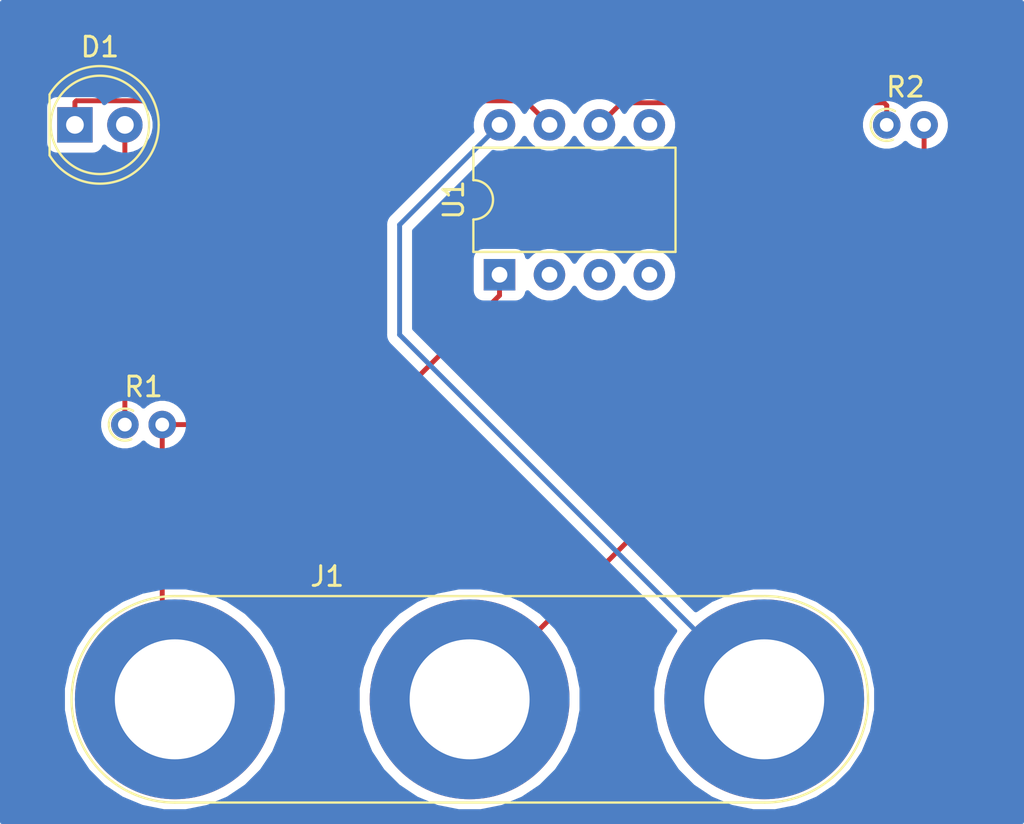
<source format=kicad_pcb>
(kicad_pcb (version 20171130) (host pcbnew 5.1.5+dfsg1-2build2)

  (general
    (thickness 1.6)
    (drawings 0)
    (tracks 21)
    (zones 0)
    (modules 5)
    (nets 11)
  )

  (page A4)
  (title_block
    (title Tutorial1)
  )

  (layers
    (0 F.Cu signal)
    (31 B.Cu signal)
    (32 B.Adhes user)
    (33 F.Adhes user)
    (34 B.Paste user)
    (35 F.Paste user)
    (36 B.SilkS user)
    (37 F.SilkS user)
    (38 B.Mask user)
    (39 F.Mask user)
    (40 Dwgs.User user)
    (41 Cmts.User user)
    (42 Eco1.User user)
    (43 Eco2.User user)
    (44 Edge.Cuts user)
    (45 Margin user)
    (46 B.CrtYd user)
    (47 F.CrtYd user)
    (48 B.Fab user)
    (49 F.Fab user)
  )

  (setup
    (last_trace_width 0.25)
    (trace_clearance 0.2)
    (zone_clearance 0.508)
    (zone_45_only no)
    (trace_min 0.25)
    (via_size 0.8)
    (via_drill 0.4)
    (via_min_size 0.4)
    (via_min_drill 0.3)
    (uvia_size 0.3)
    (uvia_drill 0.1)
    (uvias_allowed no)
    (uvia_min_size 0.2)
    (uvia_min_drill 0.1)
    (edge_width 0.05)
    (segment_width 0.2)
    (pcb_text_width 0.3)
    (pcb_text_size 1.5 1.5)
    (mod_edge_width 0.12)
    (mod_text_size 1 1)
    (mod_text_width 0.15)
    (pad_size 1.524 1.524)
    (pad_drill 0.762)
    (pad_to_mask_clearance 0.051)
    (solder_mask_min_width 0.25)
    (aux_axis_origin 0 0)
    (visible_elements FFFFFF7F)
    (pcbplotparams
      (layerselection 0x010fc_ffffffff)
      (usegerberextensions false)
      (usegerberattributes false)
      (usegerberadvancedattributes false)
      (creategerberjobfile false)
      (excludeedgelayer true)
      (linewidth 0.100000)
      (plotframeref false)
      (viasonmask false)
      (mode 1)
      (useauxorigin false)
      (hpglpennumber 1)
      (hpglpenspeed 20)
      (hpglpendiameter 15.000000)
      (psnegative false)
      (psa4output false)
      (plotreference true)
      (plotvalue true)
      (plotinvisibletext false)
      (padsonsilk false)
      (subtractmaskfromsilk false)
      (outputformat 1)
      (mirror false)
      (drillshape 1)
      (scaleselection 1)
      (outputdirectory ""))
  )

  (net 0 "")
  (net 1 /uCtoLED)
  (net 2 /LEDtoR)
  (net 3 VCC)
  (net 4 GND)
  (net 5 /INPUTtoR)
  (net 6 /INPUT)
  (net 7 "Net-(U1-Pad5)")
  (net 8 "Net-(U1-Pad2)")
  (net 9 "Net-(U1-Pad3)")
  (net 10 "Net-(U1-Pad4)")

  (net_class Default "Esta es la clase de red por defecto."
    (clearance 0.2)
    (trace_width 0.25)
    (via_dia 0.8)
    (via_drill 0.4)
    (uvia_dia 0.3)
    (uvia_drill 0.1)
    (add_net /INPUT)
    (add_net /INPUTtoR)
    (add_net /LEDtoR)
    (add_net /uCtoLED)
    (add_net GND)
    (add_net "Net-(U1-Pad2)")
    (add_net "Net-(U1-Pad3)")
    (add_net "Net-(U1-Pad4)")
    (add_net "Net-(U1-Pad5)")
    (add_net VCC)
  )

  (module LED_THT:LED_D5.0mm (layer F.Cu) (tedit 5995936A) (tstamp 626165D7)
    (at 129.54 86.36)
    (descr "LED, diameter 5.0mm, 2 pins, http://cdn-reichelt.de/documents/datenblatt/A500/LL-504BC2E-009.pdf")
    (tags "LED diameter 5.0mm 2 pins")
    (path /6261E38E)
    (fp_text reference D1 (at 1.27 -3.96) (layer F.SilkS)
      (effects (font (size 1 1) (thickness 0.15)))
    )
    (fp_text value LED (at 1.27 3.96) (layer F.Fab)
      (effects (font (size 1 1) (thickness 0.15)))
    )
    (fp_arc (start 1.27 0) (end -1.23 -1.469694) (angle 299.1) (layer F.Fab) (width 0.1))
    (fp_arc (start 1.27 0) (end -1.29 -1.54483) (angle 148.9) (layer F.SilkS) (width 0.12))
    (fp_arc (start 1.27 0) (end -1.29 1.54483) (angle -148.9) (layer F.SilkS) (width 0.12))
    (fp_circle (center 1.27 0) (end 3.77 0) (layer F.Fab) (width 0.1))
    (fp_circle (center 1.27 0) (end 3.77 0) (layer F.SilkS) (width 0.12))
    (fp_line (start -1.23 -1.469694) (end -1.23 1.469694) (layer F.Fab) (width 0.1))
    (fp_line (start -1.29 -1.545) (end -1.29 1.545) (layer F.SilkS) (width 0.12))
    (fp_line (start -1.95 -3.25) (end -1.95 3.25) (layer F.CrtYd) (width 0.05))
    (fp_line (start -1.95 3.25) (end 4.5 3.25) (layer F.CrtYd) (width 0.05))
    (fp_line (start 4.5 3.25) (end 4.5 -3.25) (layer F.CrtYd) (width 0.05))
    (fp_line (start 4.5 -3.25) (end -1.95 -3.25) (layer F.CrtYd) (width 0.05))
    (fp_text user %R (at 1.25 0) (layer F.Fab)
      (effects (font (size 0.8 0.8) (thickness 0.2)))
    )
    (pad 1 thru_hole rect (at 0 0) (size 1.8 1.8) (drill 0.9) (layers *.Cu *.Mask)
      (net 1 /uCtoLED))
    (pad 2 thru_hole circle (at 2.54 0) (size 1.8 1.8) (drill 0.9) (layers *.Cu *.Mask)
      (net 2 /LEDtoR))
    (model ${KISYS3DMOD}/LED_THT.3dshapes/LED_D5.0mm.wrl
      (at (xyz 0 0 0))
      (scale (xyz 1 1 1))
      (rotate (xyz 0 0 0))
    )
  )

  (module Connector:Banana_Jack_3Pin (layer F.Cu) (tedit 5A1AB217) (tstamp 626165ED)
    (at 134.62 115.57)
    (descr "Triple banana socket, footprint - 3 x 6mm drills")
    (tags "banana socket")
    (path /626348D8)
    (fp_text reference J1 (at 7.75 -6.25) (layer F.SilkS)
      (effects (font (size 1 1) (thickness 0.15)))
    )
    (fp_text value MYCONN3 (at 22.5 -6.25) (layer F.Fab)
      (effects (font (size 1 1) (thickness 0.15)))
    )
    (fp_text user %R (at 14.99 0) (layer F.Fab)
      (effects (font (size 0.8 0.8) (thickness 0.12)))
    )
    (fp_line (start 30 5.5) (end 0 5.5) (layer F.CrtYd) (width 0.05))
    (fp_line (start 0 -5.5) (end 30 -5.5) (layer F.CrtYd) (width 0.05))
    (fp_line (start 0 5.25) (end 30 5.25) (layer F.SilkS) (width 0.12))
    (fp_line (start 30 -5.25) (end 0 -5.25) (layer F.SilkS) (width 0.12))
    (fp_circle (center 30 0) (end 30 -2) (layer F.Fab) (width 0.1))
    (fp_circle (center 30 0) (end 30 -4.75) (layer F.Fab) (width 0.1))
    (fp_circle (center 15 0) (end 19.75 0) (layer F.Fab) (width 0.1))
    (fp_circle (center 15 0) (end 17 0) (layer F.Fab) (width 0.1))
    (fp_circle (center 0 0) (end 4.75 0) (layer F.Fab) (width 0.1))
    (fp_circle (center 0 0) (end 2 0) (layer F.Fab) (width 0.1))
    (fp_arc (start 0 0) (end 0 5.5) (angle 180) (layer F.CrtYd) (width 0.05))
    (fp_arc (start 30 0) (end 30 -5.5) (angle 180) (layer F.CrtYd) (width 0.05))
    (fp_arc (start 30 0) (end 30 -5.25) (angle 180) (layer F.SilkS) (width 0.12))
    (fp_arc (start 0 0) (end 0 5.25) (angle 180) (layer F.SilkS) (width 0.12))
    (pad 1 thru_hole circle (at 0 0) (size 10.16 10.16) (drill 6.1) (layers *.Cu *.Mask)
      (net 3 VCC))
    (pad 3 thru_hole circle (at 29.97 0) (size 10.16 10.16) (drill 6.1) (layers *.Cu *.Mask)
      (net 4 GND))
    (pad 2 thru_hole circle (at 14.99 0) (size 10.16 10.16) (drill 6.1) (layers *.Cu *.Mask)
      (net 5 /INPUTtoR))
    (model ${KISYS3DMOD}/Connector.3dshapes/Banana_Jack_3Pin.wrl
      (offset (xyz 14.9999997746626 0 0))
      (scale (xyz 2 2 2))
      (rotate (xyz 0 0 0))
    )
  )

  (module Resistor_THT:R_Axial_DIN0204_L3.6mm_D1.6mm_P1.90mm_Vertical (layer F.Cu) (tedit 5AE5139B) (tstamp 626165FB)
    (at 132.08 101.6)
    (descr "Resistor, Axial_DIN0204 series, Axial, Vertical, pin pitch=1.9mm, 0.167W, length*diameter=3.6*1.6mm^2, http://cdn-reichelt.de/documents/datenblatt/B400/1_4W%23YAG.pdf")
    (tags "Resistor Axial_DIN0204 series Axial Vertical pin pitch 1.9mm 0.167W length 3.6mm diameter 1.6mm")
    (path /6261BE93)
    (fp_text reference R1 (at 0.95 -1.92) (layer F.SilkS)
      (effects (font (size 1 1) (thickness 0.15)))
    )
    (fp_text value 1k (at 0.95 1.92) (layer F.Fab)
      (effects (font (size 1 1) (thickness 0.15)))
    )
    (fp_arc (start 0 0) (end 0.417133 -0.7) (angle -233.92106) (layer F.SilkS) (width 0.12))
    (fp_circle (center 0 0) (end 0.8 0) (layer F.Fab) (width 0.1))
    (fp_line (start 0 0) (end 1.9 0) (layer F.Fab) (width 0.1))
    (fp_line (start -1.05 -1.05) (end -1.05 1.05) (layer F.CrtYd) (width 0.05))
    (fp_line (start -1.05 1.05) (end 2.86 1.05) (layer F.CrtYd) (width 0.05))
    (fp_line (start 2.86 1.05) (end 2.86 -1.05) (layer F.CrtYd) (width 0.05))
    (fp_line (start 2.86 -1.05) (end -1.05 -1.05) (layer F.CrtYd) (width 0.05))
    (fp_text user %R (at 0.95 -1.92) (layer F.Fab)
      (effects (font (size 1 1) (thickness 0.15)))
    )
    (pad 1 thru_hole circle (at 0 0) (size 1.4 1.4) (drill 0.7) (layers *.Cu *.Mask)
      (net 2 /LEDtoR))
    (pad 2 thru_hole oval (at 1.9 0) (size 1.4 1.4) (drill 0.7) (layers *.Cu *.Mask)
      (net 3 VCC))
    (model ${KISYS3DMOD}/Resistor_THT.3dshapes/R_Axial_DIN0204_L3.6mm_D1.6mm_P1.90mm_Vertical.wrl
      (at (xyz 0 0 0))
      (scale (xyz 1 1 1))
      (rotate (xyz 0 0 0))
    )
  )

  (module Resistor_THT:R_Axial_DIN0204_L3.6mm_D1.6mm_P1.90mm_Vertical (layer F.Cu) (tedit 5AE5139B) (tstamp 62616609)
    (at 170.82 86.36)
    (descr "Resistor, Axial_DIN0204 series, Axial, Vertical, pin pitch=1.9mm, 0.167W, length*diameter=3.6*1.6mm^2, http://cdn-reichelt.de/documents/datenblatt/B400/1_4W%23YAG.pdf")
    (tags "Resistor Axial_DIN0204 series Axial Vertical pin pitch 1.9mm 0.167W length 3.6mm diameter 1.6mm")
    (path /6261C216)
    (fp_text reference R2 (at 0.95 -1.92) (layer F.SilkS)
      (effects (font (size 1 1) (thickness 0.15)))
    )
    (fp_text value 100 (at 0.95 1.92) (layer F.Fab)
      (effects (font (size 1 1) (thickness 0.15)))
    )
    (fp_text user %R (at 0.95 -1.92) (layer F.Fab)
      (effects (font (size 1 1) (thickness 0.15)))
    )
    (fp_line (start 2.86 -1.05) (end -1.05 -1.05) (layer F.CrtYd) (width 0.05))
    (fp_line (start 2.86 1.05) (end 2.86 -1.05) (layer F.CrtYd) (width 0.05))
    (fp_line (start -1.05 1.05) (end 2.86 1.05) (layer F.CrtYd) (width 0.05))
    (fp_line (start -1.05 -1.05) (end -1.05 1.05) (layer F.CrtYd) (width 0.05))
    (fp_line (start 0 0) (end 1.9 0) (layer F.Fab) (width 0.1))
    (fp_circle (center 0 0) (end 0.8 0) (layer F.Fab) (width 0.1))
    (fp_arc (start 0 0) (end 0.417133 -0.7) (angle -233.92106) (layer F.SilkS) (width 0.12))
    (pad 2 thru_hole oval (at 1.9 0) (size 1.4 1.4) (drill 0.7) (layers *.Cu *.Mask)
      (net 5 /INPUTtoR))
    (pad 1 thru_hole circle (at 0 0) (size 1.4 1.4) (drill 0.7) (layers *.Cu *.Mask)
      (net 6 /INPUT))
    (model ${KISYS3DMOD}/Resistor_THT.3dshapes/R_Axial_DIN0204_L3.6mm_D1.6mm_P1.90mm_Vertical.wrl
      (at (xyz 0 0 0))
      (scale (xyz 1 1 1))
      (rotate (xyz 0 0 0))
    )
  )

  (module Package_DIP:DIP-8_W7.62mm (layer F.Cu) (tedit 5A02E8C5) (tstamp 62616625)
    (at 151.13 93.98 90)
    (descr "8-lead though-hole mounted DIP package, row spacing 7.62 mm (300 mils)")
    (tags "THT DIP DIL PDIP 2.54mm 7.62mm 300mil")
    (path /6261CBCA)
    (fp_text reference U1 (at 3.81 -2.33 90) (layer F.SilkS)
      (effects (font (size 1 1) (thickness 0.15)))
    )
    (fp_text value PIC12C508A-ISN (at 3.81 9.95 90) (layer F.Fab)
      (effects (font (size 1 1) (thickness 0.15)))
    )
    (fp_arc (start 3.81 -1.33) (end 2.81 -1.33) (angle -180) (layer F.SilkS) (width 0.12))
    (fp_line (start 1.635 -1.27) (end 6.985 -1.27) (layer F.Fab) (width 0.1))
    (fp_line (start 6.985 -1.27) (end 6.985 8.89) (layer F.Fab) (width 0.1))
    (fp_line (start 6.985 8.89) (end 0.635 8.89) (layer F.Fab) (width 0.1))
    (fp_line (start 0.635 8.89) (end 0.635 -0.27) (layer F.Fab) (width 0.1))
    (fp_line (start 0.635 -0.27) (end 1.635 -1.27) (layer F.Fab) (width 0.1))
    (fp_line (start 2.81 -1.33) (end 1.16 -1.33) (layer F.SilkS) (width 0.12))
    (fp_line (start 1.16 -1.33) (end 1.16 8.95) (layer F.SilkS) (width 0.12))
    (fp_line (start 1.16 8.95) (end 6.46 8.95) (layer F.SilkS) (width 0.12))
    (fp_line (start 6.46 8.95) (end 6.46 -1.33) (layer F.SilkS) (width 0.12))
    (fp_line (start 6.46 -1.33) (end 4.81 -1.33) (layer F.SilkS) (width 0.12))
    (fp_line (start -1.1 -1.55) (end -1.1 9.15) (layer F.CrtYd) (width 0.05))
    (fp_line (start -1.1 9.15) (end 8.7 9.15) (layer F.CrtYd) (width 0.05))
    (fp_line (start 8.7 9.15) (end 8.7 -1.55) (layer F.CrtYd) (width 0.05))
    (fp_line (start 8.7 -1.55) (end -1.1 -1.55) (layer F.CrtYd) (width 0.05))
    (fp_text user %R (at 3.81 3.81 90) (layer F.Fab)
      (effects (font (size 1 1) (thickness 0.15)))
    )
    (pad 1 thru_hole rect (at 0 0 90) (size 1.6 1.6) (drill 0.8) (layers *.Cu *.Mask)
      (net 3 VCC))
    (pad 5 thru_hole oval (at 7.62 7.62 90) (size 1.6 1.6) (drill 0.8) (layers *.Cu *.Mask)
      (net 7 "Net-(U1-Pad5)"))
    (pad 2 thru_hole oval (at 0 2.54 90) (size 1.6 1.6) (drill 0.8) (layers *.Cu *.Mask)
      (net 8 "Net-(U1-Pad2)"))
    (pad 6 thru_hole oval (at 7.62 5.08 90) (size 1.6 1.6) (drill 0.8) (layers *.Cu *.Mask)
      (net 6 /INPUT))
    (pad 3 thru_hole oval (at 0 5.08 90) (size 1.6 1.6) (drill 0.8) (layers *.Cu *.Mask)
      (net 9 "Net-(U1-Pad3)"))
    (pad 7 thru_hole oval (at 7.62 2.54 90) (size 1.6 1.6) (drill 0.8) (layers *.Cu *.Mask)
      (net 1 /uCtoLED))
    (pad 4 thru_hole oval (at 0 7.62 90) (size 1.6 1.6) (drill 0.8) (layers *.Cu *.Mask)
      (net 10 "Net-(U1-Pad4)"))
    (pad 8 thru_hole oval (at 7.62 0 90) (size 1.6 1.6) (drill 0.8) (layers *.Cu *.Mask)
      (net 4 GND))
    (model ${KISYS3DMOD}/Package_DIP.3dshapes/DIP-8_W7.62mm.wrl
      (at (xyz 0 0 0))
      (scale (xyz 1 1 1))
      (rotate (xyz 0 0 0))
    )
  )

  (segment (start 152.870001 85.560001) (end 153.67 86.36) (width 0.25) (layer F.Cu) (net 1))
  (segment (start 152.444999 85.134999) (end 152.870001 85.560001) (width 0.25) (layer F.Cu) (net 1))
  (segment (start 129.615001 85.134999) (end 152.444999 85.134999) (width 0.25) (layer F.Cu) (net 1))
  (segment (start 129.54 85.21) (end 129.615001 85.134999) (width 0.25) (layer F.Cu) (net 1))
  (segment (start 129.54 86.36) (end 129.54 85.21) (width 0.25) (layer F.Cu) (net 1))
  (segment (start 132.08 101.6) (end 132.08 86.36) (width 0.25) (layer F.Cu) (net 2))
  (segment (start 133.98 114.93) (end 134.62 115.57) (width 0.25) (layer F.Cu) (net 3))
  (segment (start 133.98 101.6) (end 133.98 114.93) (width 0.25) (layer F.Cu) (net 3))
  (segment (start 151.13 95.03) (end 151.13 93.98) (width 0.25) (layer F.Cu) (net 3))
  (segment (start 144.56 101.6) (end 151.13 95.03) (width 0.25) (layer F.Cu) (net 3))
  (segment (start 133.98 101.6) (end 144.56 101.6) (width 0.25) (layer F.Cu) (net 3))
  (segment (start 164.59 115.57) (end 146.05 97.03) (width 0.25) (layer B.Cu) (net 4))
  (segment (start 146.05 91.44) (end 151.13 86.36) (width 0.25) (layer B.Cu) (net 4))
  (segment (start 146.05 97.03) (end 146.05 91.44) (width 0.25) (layer B.Cu) (net 4))
  (segment (start 172.72 92.46) (end 172.72 86.36) (width 0.25) (layer F.Cu) (net 5))
  (segment (start 149.61 115.57) (end 172.72 92.46) (width 0.25) (layer F.Cu) (net 5))
  (segment (start 157.009999 85.560001) (end 156.21 86.36) (width 0.25) (layer F.Cu) (net 6))
  (segment (start 157.335001 85.234999) (end 157.009999 85.560001) (width 0.25) (layer F.Cu) (net 6))
  (segment (start 170.82 85.370051) (end 170.684948 85.234999) (width 0.25) (layer F.Cu) (net 6))
  (segment (start 170.684948 85.234999) (end 157.335001 85.234999) (width 0.25) (layer F.Cu) (net 6))
  (segment (start 170.82 86.36) (end 170.82 85.370051) (width 0.25) (layer F.Cu) (net 6))

  (zone (net 0) (net_name "") (layer B.Cu) (tstamp 62616A4F) (hatch edge 0.508)
    (connect_pads (clearance 0.508))
    (min_thickness 0.254)
    (fill yes (arc_segments 32) (thermal_gap 0.508) (thermal_bridge_width 0.508))
    (polygon
      (pts
        (xy 177.8 121.92) (xy 125.73 121.92) (xy 125.73 80.01) (xy 177.8 80.01)
      )
    )
    (filled_polygon
      (pts
        (xy 177.673 121.793) (xy 125.857 121.793) (xy 125.857 115.007122) (xy 128.905 115.007122) (xy 128.905 116.132878)
        (xy 129.124625 117.237004) (xy 129.555433 118.277067) (xy 130.18087 119.2131) (xy 130.9769 120.00913) (xy 131.912933 120.634567)
        (xy 132.952996 121.065375) (xy 134.057122 121.285) (xy 135.182878 121.285) (xy 136.287004 121.065375) (xy 137.327067 120.634567)
        (xy 138.2631 120.00913) (xy 139.05913 119.2131) (xy 139.684567 118.277067) (xy 140.115375 117.237004) (xy 140.335 116.132878)
        (xy 140.335 115.007122) (xy 143.895 115.007122) (xy 143.895 116.132878) (xy 144.114625 117.237004) (xy 144.545433 118.277067)
        (xy 145.17087 119.2131) (xy 145.9669 120.00913) (xy 146.902933 120.634567) (xy 147.942996 121.065375) (xy 149.047122 121.285)
        (xy 150.172878 121.285) (xy 151.277004 121.065375) (xy 152.317067 120.634567) (xy 153.2531 120.00913) (xy 154.04913 119.2131)
        (xy 154.674567 118.277067) (xy 155.105375 117.237004) (xy 155.325 116.132878) (xy 155.325 115.007122) (xy 155.105375 113.902996)
        (xy 154.674567 112.862933) (xy 154.04913 111.9269) (xy 153.2531 111.13087) (xy 152.317067 110.505433) (xy 151.277004 110.074625)
        (xy 150.172878 109.855) (xy 149.047122 109.855) (xy 147.942996 110.074625) (xy 146.902933 110.505433) (xy 145.9669 111.13087)
        (xy 145.17087 111.9269) (xy 144.545433 112.862933) (xy 144.114625 113.902996) (xy 143.895 115.007122) (xy 140.335 115.007122)
        (xy 140.115375 113.902996) (xy 139.684567 112.862933) (xy 139.05913 111.9269) (xy 138.2631 111.13087) (xy 137.327067 110.505433)
        (xy 136.287004 110.074625) (xy 135.182878 109.855) (xy 134.057122 109.855) (xy 132.952996 110.074625) (xy 131.912933 110.505433)
        (xy 130.9769 111.13087) (xy 130.18087 111.9269) (xy 129.555433 112.862933) (xy 129.124625 113.902996) (xy 128.905 115.007122)
        (xy 125.857 115.007122) (xy 125.857 101.468514) (xy 130.745 101.468514) (xy 130.745 101.731486) (xy 130.796304 101.989405)
        (xy 130.896939 102.232359) (xy 131.043038 102.451013) (xy 131.228987 102.636962) (xy 131.447641 102.783061) (xy 131.690595 102.883696)
        (xy 131.948514 102.935) (xy 132.211486 102.935) (xy 132.469405 102.883696) (xy 132.712359 102.783061) (xy 132.931013 102.636962)
        (xy 133.03 102.537975) (xy 133.128987 102.636962) (xy 133.347641 102.783061) (xy 133.590595 102.883696) (xy 133.848514 102.935)
        (xy 134.111486 102.935) (xy 134.369405 102.883696) (xy 134.612359 102.783061) (xy 134.831013 102.636962) (xy 135.016962 102.451013)
        (xy 135.163061 102.232359) (xy 135.263696 101.989405) (xy 135.315 101.731486) (xy 135.315 101.468514) (xy 135.263696 101.210595)
        (xy 135.163061 100.967641) (xy 135.016962 100.748987) (xy 134.831013 100.563038) (xy 134.612359 100.416939) (xy 134.369405 100.316304)
        (xy 134.111486 100.265) (xy 133.848514 100.265) (xy 133.590595 100.316304) (xy 133.347641 100.416939) (xy 133.128987 100.563038)
        (xy 133.03 100.662025) (xy 132.931013 100.563038) (xy 132.712359 100.416939) (xy 132.469405 100.316304) (xy 132.211486 100.265)
        (xy 131.948514 100.265) (xy 131.690595 100.316304) (xy 131.447641 100.416939) (xy 131.228987 100.563038) (xy 131.043038 100.748987)
        (xy 130.896939 100.967641) (xy 130.796304 101.210595) (xy 130.745 101.468514) (xy 125.857 101.468514) (xy 125.857 91.44)
        (xy 145.286324 91.44) (xy 145.290001 91.477332) (xy 145.29 96.992677) (xy 145.286324 97.03) (xy 145.29 97.067322)
        (xy 145.29 97.067332) (xy 145.300997 97.178985) (xy 145.344454 97.322246) (xy 145.415026 97.454276) (xy 145.454871 97.502826)
        (xy 145.509999 97.570001) (xy 145.539003 97.593804) (xy 160.039209 112.094012) (xy 159.525433 112.862933) (xy 159.094625 113.902996)
        (xy 158.875 115.007122) (xy 158.875 116.132878) (xy 159.094625 117.237004) (xy 159.525433 118.277067) (xy 160.15087 119.2131)
        (xy 160.9469 120.00913) (xy 161.882933 120.634567) (xy 162.922996 121.065375) (xy 164.027122 121.285) (xy 165.152878 121.285)
        (xy 166.257004 121.065375) (xy 167.297067 120.634567) (xy 168.2331 120.00913) (xy 169.02913 119.2131) (xy 169.654567 118.277067)
        (xy 170.085375 117.237004) (xy 170.305 116.132878) (xy 170.305 115.007122) (xy 170.085375 113.902996) (xy 169.654567 112.862933)
        (xy 169.02913 111.9269) (xy 168.2331 111.13087) (xy 167.297067 110.505433) (xy 166.257004 110.074625) (xy 165.152878 109.855)
        (xy 164.027122 109.855) (xy 162.922996 110.074625) (xy 161.882933 110.505433) (xy 161.114012 111.019209) (xy 146.81 96.715199)
        (xy 146.81 93.18) (xy 149.691928 93.18) (xy 149.691928 94.78) (xy 149.704188 94.904482) (xy 149.740498 95.02418)
        (xy 149.799463 95.134494) (xy 149.878815 95.231185) (xy 149.975506 95.310537) (xy 150.08582 95.369502) (xy 150.205518 95.405812)
        (xy 150.33 95.418072) (xy 151.93 95.418072) (xy 152.054482 95.405812) (xy 152.17418 95.369502) (xy 152.284494 95.310537)
        (xy 152.381185 95.231185) (xy 152.460537 95.134494) (xy 152.519502 95.02418) (xy 152.555812 94.904482) (xy 152.556643 94.896039)
        (xy 152.755241 95.094637) (xy 152.990273 95.25168) (xy 153.251426 95.359853) (xy 153.528665 95.415) (xy 153.811335 95.415)
        (xy 154.088574 95.359853) (xy 154.349727 95.25168) (xy 154.584759 95.094637) (xy 154.784637 94.894759) (xy 154.94 94.662241)
        (xy 155.095363 94.894759) (xy 155.295241 95.094637) (xy 155.530273 95.25168) (xy 155.791426 95.359853) (xy 156.068665 95.415)
        (xy 156.351335 95.415) (xy 156.628574 95.359853) (xy 156.889727 95.25168) (xy 157.124759 95.094637) (xy 157.324637 94.894759)
        (xy 157.48 94.662241) (xy 157.635363 94.894759) (xy 157.835241 95.094637) (xy 158.070273 95.25168) (xy 158.331426 95.359853)
        (xy 158.608665 95.415) (xy 158.891335 95.415) (xy 159.168574 95.359853) (xy 159.429727 95.25168) (xy 159.664759 95.094637)
        (xy 159.864637 94.894759) (xy 160.02168 94.659727) (xy 160.129853 94.398574) (xy 160.185 94.121335) (xy 160.185 93.838665)
        (xy 160.129853 93.561426) (xy 160.02168 93.300273) (xy 159.864637 93.065241) (xy 159.664759 92.865363) (xy 159.429727 92.70832)
        (xy 159.168574 92.600147) (xy 158.891335 92.545) (xy 158.608665 92.545) (xy 158.331426 92.600147) (xy 158.070273 92.70832)
        (xy 157.835241 92.865363) (xy 157.635363 93.065241) (xy 157.48 93.297759) (xy 157.324637 93.065241) (xy 157.124759 92.865363)
        (xy 156.889727 92.70832) (xy 156.628574 92.600147) (xy 156.351335 92.545) (xy 156.068665 92.545) (xy 155.791426 92.600147)
        (xy 155.530273 92.70832) (xy 155.295241 92.865363) (xy 155.095363 93.065241) (xy 154.94 93.297759) (xy 154.784637 93.065241)
        (xy 154.584759 92.865363) (xy 154.349727 92.70832) (xy 154.088574 92.600147) (xy 153.811335 92.545) (xy 153.528665 92.545)
        (xy 153.251426 92.600147) (xy 152.990273 92.70832) (xy 152.755241 92.865363) (xy 152.556643 93.063961) (xy 152.555812 93.055518)
        (xy 152.519502 92.93582) (xy 152.460537 92.825506) (xy 152.381185 92.728815) (xy 152.284494 92.649463) (xy 152.17418 92.590498)
        (xy 152.054482 92.554188) (xy 151.93 92.541928) (xy 150.33 92.541928) (xy 150.205518 92.554188) (xy 150.08582 92.590498)
        (xy 149.975506 92.649463) (xy 149.878815 92.728815) (xy 149.799463 92.825506) (xy 149.740498 92.93582) (xy 149.704188 93.055518)
        (xy 149.691928 93.18) (xy 146.81 93.18) (xy 146.81 91.754801) (xy 150.806114 87.758688) (xy 150.988665 87.795)
        (xy 151.271335 87.795) (xy 151.548574 87.739853) (xy 151.809727 87.63168) (xy 152.044759 87.474637) (xy 152.244637 87.274759)
        (xy 152.4 87.042241) (xy 152.555363 87.274759) (xy 152.755241 87.474637) (xy 152.990273 87.63168) (xy 153.251426 87.739853)
        (xy 153.528665 87.795) (xy 153.811335 87.795) (xy 154.088574 87.739853) (xy 154.349727 87.63168) (xy 154.584759 87.474637)
        (xy 154.784637 87.274759) (xy 154.94 87.042241) (xy 155.095363 87.274759) (xy 155.295241 87.474637) (xy 155.530273 87.63168)
        (xy 155.791426 87.739853) (xy 156.068665 87.795) (xy 156.351335 87.795) (xy 156.628574 87.739853) (xy 156.889727 87.63168)
        (xy 157.124759 87.474637) (xy 157.324637 87.274759) (xy 157.48 87.042241) (xy 157.635363 87.274759) (xy 157.835241 87.474637)
        (xy 158.070273 87.63168) (xy 158.331426 87.739853) (xy 158.608665 87.795) (xy 158.891335 87.795) (xy 159.168574 87.739853)
        (xy 159.429727 87.63168) (xy 159.664759 87.474637) (xy 159.864637 87.274759) (xy 160.02168 87.039727) (xy 160.129853 86.778574)
        (xy 160.185 86.501335) (xy 160.185 86.228514) (xy 169.485 86.228514) (xy 169.485 86.491486) (xy 169.536304 86.749405)
        (xy 169.636939 86.992359) (xy 169.783038 87.211013) (xy 169.968987 87.396962) (xy 170.187641 87.543061) (xy 170.430595 87.643696)
        (xy 170.688514 87.695) (xy 170.951486 87.695) (xy 171.209405 87.643696) (xy 171.452359 87.543061) (xy 171.671013 87.396962)
        (xy 171.77 87.297975) (xy 171.868987 87.396962) (xy 172.087641 87.543061) (xy 172.330595 87.643696) (xy 172.588514 87.695)
        (xy 172.851486 87.695) (xy 173.109405 87.643696) (xy 173.352359 87.543061) (xy 173.571013 87.396962) (xy 173.756962 87.211013)
        (xy 173.903061 86.992359) (xy 174.003696 86.749405) (xy 174.055 86.491486) (xy 174.055 86.228514) (xy 174.003696 85.970595)
        (xy 173.903061 85.727641) (xy 173.756962 85.508987) (xy 173.571013 85.323038) (xy 173.352359 85.176939) (xy 173.109405 85.076304)
        (xy 172.851486 85.025) (xy 172.588514 85.025) (xy 172.330595 85.076304) (xy 172.087641 85.176939) (xy 171.868987 85.323038)
        (xy 171.77 85.422025) (xy 171.671013 85.323038) (xy 171.452359 85.176939) (xy 171.209405 85.076304) (xy 170.951486 85.025)
        (xy 170.688514 85.025) (xy 170.430595 85.076304) (xy 170.187641 85.176939) (xy 169.968987 85.323038) (xy 169.783038 85.508987)
        (xy 169.636939 85.727641) (xy 169.536304 85.970595) (xy 169.485 86.228514) (xy 160.185 86.228514) (xy 160.185 86.218665)
        (xy 160.129853 85.941426) (xy 160.02168 85.680273) (xy 159.864637 85.445241) (xy 159.664759 85.245363) (xy 159.429727 85.08832)
        (xy 159.168574 84.980147) (xy 158.891335 84.925) (xy 158.608665 84.925) (xy 158.331426 84.980147) (xy 158.070273 85.08832)
        (xy 157.835241 85.245363) (xy 157.635363 85.445241) (xy 157.48 85.677759) (xy 157.324637 85.445241) (xy 157.124759 85.245363)
        (xy 156.889727 85.08832) (xy 156.628574 84.980147) (xy 156.351335 84.925) (xy 156.068665 84.925) (xy 155.791426 84.980147)
        (xy 155.530273 85.08832) (xy 155.295241 85.245363) (xy 155.095363 85.445241) (xy 154.94 85.677759) (xy 154.784637 85.445241)
        (xy 154.584759 85.245363) (xy 154.349727 85.08832) (xy 154.088574 84.980147) (xy 153.811335 84.925) (xy 153.528665 84.925)
        (xy 153.251426 84.980147) (xy 152.990273 85.08832) (xy 152.755241 85.245363) (xy 152.555363 85.445241) (xy 152.4 85.677759)
        (xy 152.244637 85.445241) (xy 152.044759 85.245363) (xy 151.809727 85.08832) (xy 151.548574 84.980147) (xy 151.271335 84.925)
        (xy 150.988665 84.925) (xy 150.711426 84.980147) (xy 150.450273 85.08832) (xy 150.215241 85.245363) (xy 150.015363 85.445241)
        (xy 149.85832 85.680273) (xy 149.750147 85.941426) (xy 149.695 86.218665) (xy 149.695 86.501335) (xy 149.731312 86.683886)
        (xy 145.538998 90.876201) (xy 145.51 90.899999) (xy 145.486202 90.928997) (xy 145.486201 90.928998) (xy 145.415026 91.015724)
        (xy 145.344454 91.147754) (xy 145.300998 91.291015) (xy 145.286324 91.44) (xy 125.857 91.44) (xy 125.857 85.46)
        (xy 128.001928 85.46) (xy 128.001928 87.26) (xy 128.014188 87.384482) (xy 128.050498 87.50418) (xy 128.109463 87.614494)
        (xy 128.188815 87.711185) (xy 128.285506 87.790537) (xy 128.39582 87.849502) (xy 128.515518 87.885812) (xy 128.64 87.898072)
        (xy 130.44 87.898072) (xy 130.564482 87.885812) (xy 130.68418 87.849502) (xy 130.794494 87.790537) (xy 130.891185 87.711185)
        (xy 130.970537 87.614494) (xy 131.029502 87.50418) (xy 131.035056 87.485873) (xy 131.101495 87.552312) (xy 131.352905 87.720299)
        (xy 131.632257 87.836011) (xy 131.928816 87.895) (xy 132.231184 87.895) (xy 132.527743 87.836011) (xy 132.807095 87.720299)
        (xy 133.058505 87.552312) (xy 133.272312 87.338505) (xy 133.440299 87.087095) (xy 133.556011 86.807743) (xy 133.615 86.511184)
        (xy 133.615 86.208816) (xy 133.556011 85.912257) (xy 133.440299 85.632905) (xy 133.272312 85.381495) (xy 133.058505 85.167688)
        (xy 132.807095 84.999701) (xy 132.527743 84.883989) (xy 132.231184 84.825) (xy 131.928816 84.825) (xy 131.632257 84.883989)
        (xy 131.352905 84.999701) (xy 131.101495 85.167688) (xy 131.035056 85.234127) (xy 131.029502 85.21582) (xy 130.970537 85.105506)
        (xy 130.891185 85.008815) (xy 130.794494 84.929463) (xy 130.68418 84.870498) (xy 130.564482 84.834188) (xy 130.44 84.821928)
        (xy 128.64 84.821928) (xy 128.515518 84.834188) (xy 128.39582 84.870498) (xy 128.285506 84.929463) (xy 128.188815 85.008815)
        (xy 128.109463 85.105506) (xy 128.050498 85.21582) (xy 128.014188 85.335518) (xy 128.001928 85.46) (xy 125.857 85.46)
        (xy 125.857 80.137) (xy 177.673 80.137)
      )
    )
  )
)

</source>
